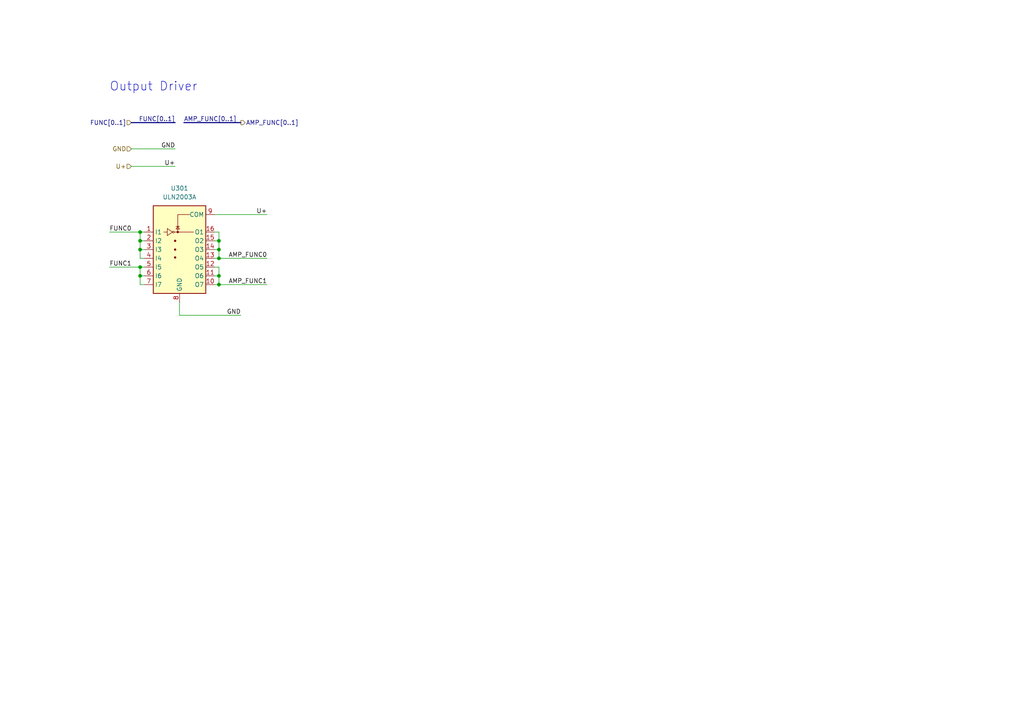
<source format=kicad_sch>
(kicad_sch (version 20231120) (generator "eeschema") (generator_version "8.0")
  (paper "A4")
  (title_block (title "xDuinoRail - LocDecoder - Development Kit") (date "2024-10-09") (rev "v0.2") (company "Chatelain Engineering, Bern - CH"))
  (lib_symbols
    (symbol "Transistor_Array:ULN2003A"
      (property "Reference" "U" (at 0 15.875 0))
      (property "Value" "ULN2003A" (at 0 13.97 0))
      (symbol "ULN2003A_0_1"
        (rectangle (start -7.62 -12.7) (end 7.62 12.7) (stroke (width 0.254)) (fill (type background)))
        (circle (center -1.778 5.08) (radius 0.254))
        (circle (center -1.27 -2.286) (radius 0.254) (fill (type outline)))
        (circle (center -1.27 0) (radius 0.254) (fill (type outline)))
        (circle (center -1.27 2.54) (radius 0.254) (fill (type outline)))
        (circle (center -0.508 5.08) (radius 0.254) (fill (type outline)))
        (polyline (pts (xy -4.572 5.08) (xy -3.556 5.08)))
        (polyline (pts (xy -1.524 5.08) (xy 4.064 5.08)))
        (polyline (pts (xy 0 6.731) (xy -1.016 6.731)))
        (polyline (pts (xy -0.508 5.08) (xy -0.508 10.16) (xy 2.921 10.16)))
        (polyline (pts (xy -3.556 6.096) (xy -3.556 4.064) (xy -2.032 5.08) (xy -3.556 6.096)))
        (polyline (pts (xy 0 5.969) (xy -1.016 5.969) (xy -0.508 6.731) (xy 0 5.969)))
      )
      (symbol "ULN2003A_1_1"
        (pin input line (at -10.16 5.08 0) (length 2.54) (name "I1") (number "1"))
        (pin open_collector line (at 10.16 -10.16 180) (length 2.54) (name "O7") (number "10"))
        (pin open_collector line (at 10.16 -7.62 180) (length 2.54) (name "O6") (number "11"))
        (pin open_collector line (at 10.16 -5.08 180) (length 2.54) (name "O5") (number "12"))
        (pin open_collector line (at 10.16 -2.54 180) (length 2.54) (name "O4") (number "13"))
        (pin open_collector line (at 10.16 0 180) (length 2.54) (name "O3") (number "14"))
        (pin open_collector line (at 10.16 2.54 180) (length 2.54) (name "O2") (number "15"))
        (pin open_collector line (at 10.16 5.08 180) (length 2.54) (name "O1") (number "16"))
        (pin input line (at -10.16 2.54 0) (length 2.54) (name "I2") (number "2"))
        (pin input line (at -10.16 0 0) (length 2.54) (name "I3") (number "3"))
        (pin input line (at -10.16 -2.54 0) (length 2.54) (name "I4") (number "4"))
        (pin input line (at -10.16 -5.08 0) (length 2.54) (name "I5") (number "5"))
        (pin input line (at -10.16 -7.62 0) (length 2.54) (name "I6") (number "6"))
        (pin input line (at -10.16 -10.16 0) (length 2.54) (name "I7") (number "7"))
        (pin power_in line (at 0 -15.24 90) (length 2.54) (name "GND") (number "8"))
        (pin passive line (at 10.16 10.16 180) (length 2.54) (name "COM") (number "9"))
      )
    )
  )
  (junction (at 40.64 67.31))
  (junction (at 40.64 69.85))
  (junction (at 63.5 82.55))
  (junction (at 63.5 72.39))
  (junction (at 40.64 72.39))
  (junction (at 63.5 80.01))
  (junction (at 63.5 69.85))
  (junction (at 63.5 74.93))
  (junction (at 40.64 77.47))
  (junction (at 40.64 80.01))
  (bus (pts (xy 38.1 35.56) (xy 50.8 35.56)))
  (wire (pts (xy 40.64 80.01) (xy 40.64 82.55)))
  (wire (pts (xy 52.07 91.44) (xy 52.07 87.63)))
  (wire (pts (xy 62.23 67.31) (xy 63.5 67.31)))
  (wire (pts (xy 63.5 67.31) (xy 63.5 69.85)))
  (wire (pts (xy 40.64 82.55) (xy 41.91 82.55)))
  (wire (pts (xy 63.5 69.85) (xy 62.23 69.85)))
  (wire (pts (xy 40.64 72.39) (xy 41.91 72.39)))
  (wire (pts (xy 63.5 72.39) (xy 63.5 69.85)))
  (wire (pts (xy 40.64 80.01) (xy 41.91 80.01)))
  (wire (pts (xy 31.75 67.31) (xy 40.64 67.31)))
  (wire (pts (xy 40.64 69.85) (xy 41.91 69.85)))
  (wire (pts (xy 50.8 48.26) (xy 38.1 48.26)))
  (wire (pts (xy 63.5 82.55) (xy 77.47 82.55)))
  (wire (pts (xy 63.5 77.47) (xy 63.5 80.01)))
  (wire (pts (xy 63.5 80.01) (xy 63.5 82.55)))
  (wire (pts (xy 63.5 77.47) (xy 62.23 77.47)))
  (wire (pts (xy 63.5 74.93) (xy 62.23 74.93)))
  (wire (pts (xy 40.64 77.47) (xy 41.91 77.47)))
  (wire (pts (xy 62.23 72.39) (xy 63.5 72.39)))
  (wire (pts (xy 50.8 43.18) (xy 38.1 43.18)))
  (wire (pts (xy 40.64 72.39) (xy 40.64 74.93)))
  (wire (pts (xy 63.5 82.55) (xy 62.23 82.55)))
  (wire (pts (xy 40.64 77.47) (xy 40.64 80.01)))
  (wire (pts (xy 40.64 67.31) (xy 40.64 69.85)))
  (wire (pts (xy 40.64 67.31) (xy 41.91 67.31)))
  (wire (pts (xy 62.23 62.23) (xy 77.47 62.23)))
  (wire (pts (xy 63.5 80.01) (xy 62.23 80.01)))
  (wire (pts (xy 31.75 77.47) (xy 40.64 77.47)))
  (wire (pts (xy 63.5 74.93) (xy 77.47 74.93)))
  (wire (pts (xy 52.07 91.44) (xy 69.85 91.44)))
  (wire (pts (xy 40.64 69.85) (xy 40.64 72.39)))
  (bus (pts (xy 53.34 35.56) (xy 69.85 35.56)))
  (wire (pts (xy 40.64 74.93) (xy 41.91 74.93)))
  (wire (pts (xy 63.5 74.93) (xy 63.5 72.39)))
  (text "Output Driver" (at 31.75 26.67 0) (effects (font (size 2.54 2.54)) (justify left bottom)))
  (label "U+" (at 77.47 62.23 180))
  (label "AMP_FUNC0" (at 77.47 74.93 180))
  (label "AMP_FUNC[0..1]" (at 53.34 35.56 0))
  (label "U+" (at 50.8 48.26 180))
  (label "FUNC1" (at 31.75 77.47 0))
  (label "FUNC[0..1]" (at 50.8 35.56 180))
  (label "AMP_FUNC1" (at 77.47 82.55 180))
  (label "GND" (at 50.8 43.18 180))
  (label "FUNC0" (at 31.75 67.31 0))
  (label "GND" (at 69.85 91.44 180))
  (hierarchical_label "U+" (shape input) (at 38.1 48.26 180))
  (hierarchical_label "AMP_FUNC[0..1]" (shape output) (at 69.85 35.56 0))
  (hierarchical_label "FUNC[0..1]" (shape input) (at 38.1 35.56 180))
  (hierarchical_label "GND" (shape input) (at 38.1 43.18 180))
  (symbol (lib_id "Transistor_Array:ULN2003A") (at 52.07 72.39 0) (unit 1)
    (property "Reference" "U301" (at 52.07 54.61 0))
    (property "Value" "ULN2003A" (at 52.07 57.15 0))
    (property "Footprint" "Package_SO:SOIC-16_3.9x9.9mm_P1.27mm" (effects (hide yes)))
    (property "Datasheet" "http://www.ti.com/lit/ds/symlink/uln2003a.pdf" (effects (hide yes)))
    (property "Description" "High Voltage, High Current Darlington Transistor Arrays, SOIC16/SOIC16W/DIP16/TSSOP16" (effects (hide yes)))
    (property "OLI_ID" "ULN2003A_SOIC-16" (effects (hide yes)))
    (instances (project "acc-switch-driver-dual" (path "" (reference "U301") (unit 1)) (path "" (reference "U101") (unit 1))) (project "xDuinoRail-Accessory-Midi" (path "" (reference "U401") (unit 1)) (path "" (reference "U2001") (unit 1))))
  )
)
</source>
